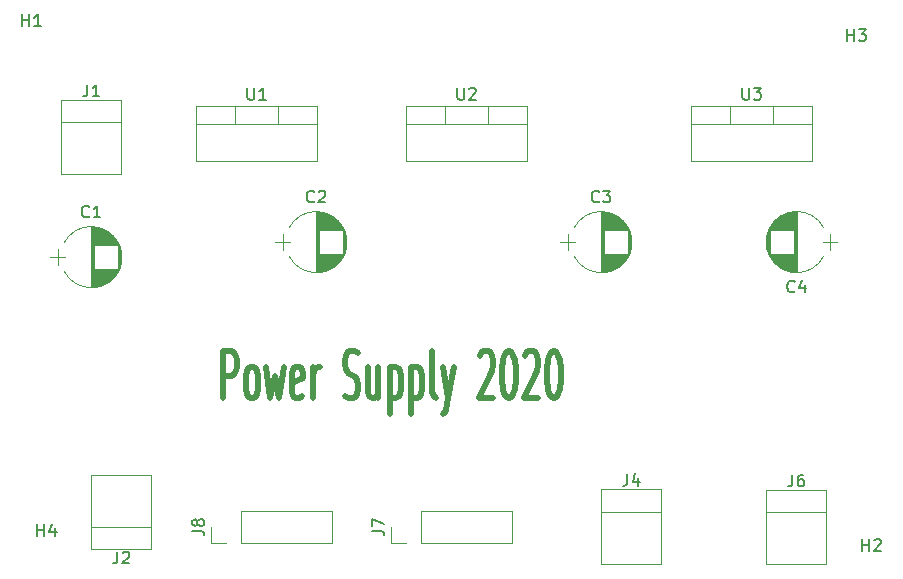
<source format=gbr>
G04 #@! TF.GenerationSoftware,KiCad,Pcbnew,5.1.5-52549c5~84~ubuntu18.04.1*
G04 #@! TF.CreationDate,2020-03-13T18:27:29-06:00*
G04 #@! TF.ProjectId,PowerSupply,506f7765-7253-4757-9070-6c792e6b6963,rev?*
G04 #@! TF.SameCoordinates,PX6bcb370PY77e7cd0*
G04 #@! TF.FileFunction,Legend,Top*
G04 #@! TF.FilePolarity,Positive*
%FSLAX46Y46*%
G04 Gerber Fmt 4.6, Leading zero omitted, Abs format (unit mm)*
G04 Created by KiCad (PCBNEW 5.1.5-52549c5~84~ubuntu18.04.1) date 2020-03-13 18:27:29*
%MOMM*%
%LPD*%
G04 APERTURE LIST*
%ADD10C,0.500000*%
%ADD11C,0.120000*%
%ADD12C,0.150000*%
G04 APERTURE END LIST*
D10*
X18781904Y19780477D02*
X18781904Y23780477D01*
X19543809Y23780477D01*
X19734285Y23590000D01*
X19829523Y23399524D01*
X19924761Y23018572D01*
X19924761Y22447143D01*
X19829523Y22066191D01*
X19734285Y21875715D01*
X19543809Y21685239D01*
X18781904Y21685239D01*
X21067619Y19780477D02*
X20877142Y19970953D01*
X20781904Y20161429D01*
X20686666Y20542381D01*
X20686666Y21685239D01*
X20781904Y22066191D01*
X20877142Y22256667D01*
X21067619Y22447143D01*
X21353333Y22447143D01*
X21543809Y22256667D01*
X21639047Y22066191D01*
X21734285Y21685239D01*
X21734285Y20542381D01*
X21639047Y20161429D01*
X21543809Y19970953D01*
X21353333Y19780477D01*
X21067619Y19780477D01*
X22400952Y22447143D02*
X22781904Y19780477D01*
X23162857Y21685239D01*
X23543809Y19780477D01*
X23924761Y22447143D01*
X25448571Y19970953D02*
X25258095Y19780477D01*
X24877142Y19780477D01*
X24686666Y19970953D01*
X24591428Y20351905D01*
X24591428Y21875715D01*
X24686666Y22256667D01*
X24877142Y22447143D01*
X25258095Y22447143D01*
X25448571Y22256667D01*
X25543809Y21875715D01*
X25543809Y21494762D01*
X24591428Y21113810D01*
X26400952Y19780477D02*
X26400952Y22447143D01*
X26400952Y21685239D02*
X26496190Y22066191D01*
X26591428Y22256667D01*
X26781904Y22447143D01*
X26972380Y22447143D01*
X29067619Y19970953D02*
X29353333Y19780477D01*
X29829523Y19780477D01*
X30020000Y19970953D01*
X30115238Y20161429D01*
X30210476Y20542381D01*
X30210476Y20923334D01*
X30115238Y21304286D01*
X30020000Y21494762D01*
X29829523Y21685239D01*
X29448571Y21875715D01*
X29258095Y22066191D01*
X29162857Y22256667D01*
X29067619Y22637620D01*
X29067619Y23018572D01*
X29162857Y23399524D01*
X29258095Y23590000D01*
X29448571Y23780477D01*
X29924761Y23780477D01*
X30210476Y23590000D01*
X31924761Y22447143D02*
X31924761Y19780477D01*
X31067619Y22447143D02*
X31067619Y20351905D01*
X31162857Y19970953D01*
X31353333Y19780477D01*
X31639047Y19780477D01*
X31829523Y19970953D01*
X31924761Y20161429D01*
X32877142Y22447143D02*
X32877142Y18447143D01*
X32877142Y22256667D02*
X33067619Y22447143D01*
X33448571Y22447143D01*
X33639047Y22256667D01*
X33734285Y22066191D01*
X33829523Y21685239D01*
X33829523Y20542381D01*
X33734285Y20161429D01*
X33639047Y19970953D01*
X33448571Y19780477D01*
X33067619Y19780477D01*
X32877142Y19970953D01*
X34686666Y22447143D02*
X34686666Y18447143D01*
X34686666Y22256667D02*
X34877142Y22447143D01*
X35258095Y22447143D01*
X35448571Y22256667D01*
X35543809Y22066191D01*
X35639047Y21685239D01*
X35639047Y20542381D01*
X35543809Y20161429D01*
X35448571Y19970953D01*
X35258095Y19780477D01*
X34877142Y19780477D01*
X34686666Y19970953D01*
X36781904Y19780477D02*
X36591428Y19970953D01*
X36496190Y20351905D01*
X36496190Y23780477D01*
X37353333Y22447143D02*
X37829523Y19780477D01*
X38305714Y22447143D02*
X37829523Y19780477D01*
X37639047Y18828096D01*
X37543809Y18637620D01*
X37353333Y18447143D01*
X40496190Y23399524D02*
X40591428Y23590000D01*
X40781904Y23780477D01*
X41258095Y23780477D01*
X41448571Y23590000D01*
X41543809Y23399524D01*
X41639047Y23018572D01*
X41639047Y22637620D01*
X41543809Y22066191D01*
X40400952Y19780477D01*
X41639047Y19780477D01*
X42877142Y23780477D02*
X43067619Y23780477D01*
X43258095Y23590000D01*
X43353333Y23399524D01*
X43448571Y23018572D01*
X43543809Y22256667D01*
X43543809Y21304286D01*
X43448571Y20542381D01*
X43353333Y20161429D01*
X43258095Y19970953D01*
X43067619Y19780477D01*
X42877142Y19780477D01*
X42686666Y19970953D01*
X42591428Y20161429D01*
X42496190Y20542381D01*
X42400952Y21304286D01*
X42400952Y22256667D01*
X42496190Y23018572D01*
X42591428Y23399524D01*
X42686666Y23590000D01*
X42877142Y23780477D01*
X44305714Y23399524D02*
X44400952Y23590000D01*
X44591428Y23780477D01*
X45067619Y23780477D01*
X45258095Y23590000D01*
X45353333Y23399524D01*
X45448571Y23018572D01*
X45448571Y22637620D01*
X45353333Y22066191D01*
X44210476Y19780477D01*
X45448571Y19780477D01*
X46686666Y23780477D02*
X46877142Y23780477D01*
X47067619Y23590000D01*
X47162857Y23399524D01*
X47258095Y23018572D01*
X47353333Y22256667D01*
X47353333Y21304286D01*
X47258095Y20542381D01*
X47162857Y20161429D01*
X47067619Y19970953D01*
X46877142Y19780477D01*
X46686666Y19780477D01*
X46496190Y19970953D01*
X46400952Y20161429D01*
X46305714Y20542381D01*
X46210476Y21304286D01*
X46210476Y22256667D01*
X46305714Y23018572D01*
X46400952Y23399524D01*
X46496190Y23590000D01*
X46686666Y23780477D01*
D11*
X65024278Y31840277D02*
G75*
G03X69635580Y31840000I2305722J1179723D01*
G01*
X65024278Y34199723D02*
G75*
G02X69635580Y34200000I2305722J-1179723D01*
G01*
X65024278Y34199723D02*
G75*
G03X65024420Y31840000I2305722J-1179723D01*
G01*
X67330000Y30470000D02*
X67330000Y35570000D01*
X67290000Y30470000D02*
X67290000Y35570000D01*
X67250000Y30471000D02*
X67250000Y35569000D01*
X67210000Y30472000D02*
X67210000Y35568000D01*
X67170000Y30474000D02*
X67170000Y35566000D01*
X67130000Y30477000D02*
X67130000Y35563000D01*
X67090000Y30481000D02*
X67090000Y35559000D01*
X67050000Y30485000D02*
X67050000Y32040000D01*
X67050000Y34000000D02*
X67050000Y35555000D01*
X67010000Y30489000D02*
X67010000Y32040000D01*
X67010000Y34000000D02*
X67010000Y35551000D01*
X66970000Y30495000D02*
X66970000Y32040000D01*
X66970000Y34000000D02*
X66970000Y35545000D01*
X66930000Y30501000D02*
X66930000Y32040000D01*
X66930000Y34000000D02*
X66930000Y35539000D01*
X66890000Y30507000D02*
X66890000Y32040000D01*
X66890000Y34000000D02*
X66890000Y35533000D01*
X66850000Y30514000D02*
X66850000Y32040000D01*
X66850000Y34000000D02*
X66850000Y35526000D01*
X66810000Y30522000D02*
X66810000Y32040000D01*
X66810000Y34000000D02*
X66810000Y35518000D01*
X66770000Y30531000D02*
X66770000Y32040000D01*
X66770000Y34000000D02*
X66770000Y35509000D01*
X66730000Y30540000D02*
X66730000Y32040000D01*
X66730000Y34000000D02*
X66730000Y35500000D01*
X66690000Y30550000D02*
X66690000Y32040000D01*
X66690000Y34000000D02*
X66690000Y35490000D01*
X66650000Y30560000D02*
X66650000Y32040000D01*
X66650000Y34000000D02*
X66650000Y35480000D01*
X66609000Y30572000D02*
X66609000Y32040000D01*
X66609000Y34000000D02*
X66609000Y35468000D01*
X66569000Y30584000D02*
X66569000Y32040000D01*
X66569000Y34000000D02*
X66569000Y35456000D01*
X66529000Y30596000D02*
X66529000Y32040000D01*
X66529000Y34000000D02*
X66529000Y35444000D01*
X66489000Y30610000D02*
X66489000Y32040000D01*
X66489000Y34000000D02*
X66489000Y35430000D01*
X66449000Y30624000D02*
X66449000Y32040000D01*
X66449000Y34000000D02*
X66449000Y35416000D01*
X66409000Y30638000D02*
X66409000Y32040000D01*
X66409000Y34000000D02*
X66409000Y35402000D01*
X66369000Y30654000D02*
X66369000Y32040000D01*
X66369000Y34000000D02*
X66369000Y35386000D01*
X66329000Y30670000D02*
X66329000Y32040000D01*
X66329000Y34000000D02*
X66329000Y35370000D01*
X66289000Y30687000D02*
X66289000Y32040000D01*
X66289000Y34000000D02*
X66289000Y35353000D01*
X66249000Y30705000D02*
X66249000Y32040000D01*
X66249000Y34000000D02*
X66249000Y35335000D01*
X66209000Y30724000D02*
X66209000Y32040000D01*
X66209000Y34000000D02*
X66209000Y35316000D01*
X66169000Y30744000D02*
X66169000Y32040000D01*
X66169000Y34000000D02*
X66169000Y35296000D01*
X66129000Y30764000D02*
X66129000Y32040000D01*
X66129000Y34000000D02*
X66129000Y35276000D01*
X66089000Y30786000D02*
X66089000Y32040000D01*
X66089000Y34000000D02*
X66089000Y35254000D01*
X66049000Y30808000D02*
X66049000Y32040000D01*
X66049000Y34000000D02*
X66049000Y35232000D01*
X66009000Y30831000D02*
X66009000Y32040000D01*
X66009000Y34000000D02*
X66009000Y35209000D01*
X65969000Y30855000D02*
X65969000Y32040000D01*
X65969000Y34000000D02*
X65969000Y35185000D01*
X65929000Y30880000D02*
X65929000Y32040000D01*
X65929000Y34000000D02*
X65929000Y35160000D01*
X65889000Y30907000D02*
X65889000Y32040000D01*
X65889000Y34000000D02*
X65889000Y35133000D01*
X65849000Y30934000D02*
X65849000Y32040000D01*
X65849000Y34000000D02*
X65849000Y35106000D01*
X65809000Y30962000D02*
X65809000Y32040000D01*
X65809000Y34000000D02*
X65809000Y35078000D01*
X65769000Y30992000D02*
X65769000Y32040000D01*
X65769000Y34000000D02*
X65769000Y35048000D01*
X65729000Y31023000D02*
X65729000Y32040000D01*
X65729000Y34000000D02*
X65729000Y35017000D01*
X65689000Y31055000D02*
X65689000Y32040000D01*
X65689000Y34000000D02*
X65689000Y34985000D01*
X65649000Y31088000D02*
X65649000Y32040000D01*
X65649000Y34000000D02*
X65649000Y34952000D01*
X65609000Y31123000D02*
X65609000Y32040000D01*
X65609000Y34000000D02*
X65609000Y34917000D01*
X65569000Y31159000D02*
X65569000Y32040000D01*
X65569000Y34000000D02*
X65569000Y34881000D01*
X65529000Y31197000D02*
X65529000Y32040000D01*
X65529000Y34000000D02*
X65529000Y34843000D01*
X65489000Y31237000D02*
X65489000Y32040000D01*
X65489000Y34000000D02*
X65489000Y34803000D01*
X65449000Y31278000D02*
X65449000Y32040000D01*
X65449000Y34000000D02*
X65449000Y34762000D01*
X65409000Y31321000D02*
X65409000Y32040000D01*
X65409000Y34000000D02*
X65409000Y34719000D01*
X65369000Y31366000D02*
X65369000Y32040000D01*
X65369000Y34000000D02*
X65369000Y34674000D01*
X65329000Y31414000D02*
X65329000Y32040000D01*
X65329000Y34000000D02*
X65329000Y34626000D01*
X65289000Y31464000D02*
X65289000Y32040000D01*
X65289000Y34000000D02*
X65289000Y34576000D01*
X65249000Y31516000D02*
X65249000Y32040000D01*
X65249000Y34000000D02*
X65249000Y34524000D01*
X65209000Y31572000D02*
X65209000Y32040000D01*
X65209000Y34000000D02*
X65209000Y34468000D01*
X65169000Y31630000D02*
X65169000Y32040000D01*
X65169000Y34000000D02*
X65169000Y34410000D01*
X65129000Y31693000D02*
X65129000Y32040000D01*
X65129000Y34000000D02*
X65129000Y34347000D01*
X65089000Y31759000D02*
X65089000Y34281000D01*
X65049000Y31831000D02*
X65049000Y34209000D01*
X65009000Y31908000D02*
X65009000Y34132000D01*
X64969000Y31992000D02*
X64969000Y34048000D01*
X64929000Y32086000D02*
X64929000Y33954000D01*
X64889000Y32191000D02*
X64889000Y33849000D01*
X64849000Y32313000D02*
X64849000Y33727000D01*
X64809000Y32461000D02*
X64809000Y33579000D01*
X64769000Y32666000D02*
X64769000Y33374000D01*
X70780000Y33020000D02*
X69580000Y33020000D01*
X70180000Y32370000D02*
X70180000Y33670000D01*
X53085722Y34199723D02*
G75*
G03X48474420Y34200000I-2305722J-1179723D01*
G01*
X53085722Y31840277D02*
G75*
G02X48474420Y31840000I-2305722J1179723D01*
G01*
X53085722Y31840277D02*
G75*
G03X53085580Y34200000I-2305722J1179723D01*
G01*
X50780000Y35570000D02*
X50780000Y30470000D01*
X50820000Y35570000D02*
X50820000Y30470000D01*
X50860000Y35569000D02*
X50860000Y30471000D01*
X50900000Y35568000D02*
X50900000Y30472000D01*
X50940000Y35566000D02*
X50940000Y30474000D01*
X50980000Y35563000D02*
X50980000Y30477000D01*
X51020000Y35559000D02*
X51020000Y30481000D01*
X51060000Y35555000D02*
X51060000Y34000000D01*
X51060000Y32040000D02*
X51060000Y30485000D01*
X51100000Y35551000D02*
X51100000Y34000000D01*
X51100000Y32040000D02*
X51100000Y30489000D01*
X51140000Y35545000D02*
X51140000Y34000000D01*
X51140000Y32040000D02*
X51140000Y30495000D01*
X51180000Y35539000D02*
X51180000Y34000000D01*
X51180000Y32040000D02*
X51180000Y30501000D01*
X51220000Y35533000D02*
X51220000Y34000000D01*
X51220000Y32040000D02*
X51220000Y30507000D01*
X51260000Y35526000D02*
X51260000Y34000000D01*
X51260000Y32040000D02*
X51260000Y30514000D01*
X51300000Y35518000D02*
X51300000Y34000000D01*
X51300000Y32040000D02*
X51300000Y30522000D01*
X51340000Y35509000D02*
X51340000Y34000000D01*
X51340000Y32040000D02*
X51340000Y30531000D01*
X51380000Y35500000D02*
X51380000Y34000000D01*
X51380000Y32040000D02*
X51380000Y30540000D01*
X51420000Y35490000D02*
X51420000Y34000000D01*
X51420000Y32040000D02*
X51420000Y30550000D01*
X51460000Y35480000D02*
X51460000Y34000000D01*
X51460000Y32040000D02*
X51460000Y30560000D01*
X51501000Y35468000D02*
X51501000Y34000000D01*
X51501000Y32040000D02*
X51501000Y30572000D01*
X51541000Y35456000D02*
X51541000Y34000000D01*
X51541000Y32040000D02*
X51541000Y30584000D01*
X51581000Y35444000D02*
X51581000Y34000000D01*
X51581000Y32040000D02*
X51581000Y30596000D01*
X51621000Y35430000D02*
X51621000Y34000000D01*
X51621000Y32040000D02*
X51621000Y30610000D01*
X51661000Y35416000D02*
X51661000Y34000000D01*
X51661000Y32040000D02*
X51661000Y30624000D01*
X51701000Y35402000D02*
X51701000Y34000000D01*
X51701000Y32040000D02*
X51701000Y30638000D01*
X51741000Y35386000D02*
X51741000Y34000000D01*
X51741000Y32040000D02*
X51741000Y30654000D01*
X51781000Y35370000D02*
X51781000Y34000000D01*
X51781000Y32040000D02*
X51781000Y30670000D01*
X51821000Y35353000D02*
X51821000Y34000000D01*
X51821000Y32040000D02*
X51821000Y30687000D01*
X51861000Y35335000D02*
X51861000Y34000000D01*
X51861000Y32040000D02*
X51861000Y30705000D01*
X51901000Y35316000D02*
X51901000Y34000000D01*
X51901000Y32040000D02*
X51901000Y30724000D01*
X51941000Y35296000D02*
X51941000Y34000000D01*
X51941000Y32040000D02*
X51941000Y30744000D01*
X51981000Y35276000D02*
X51981000Y34000000D01*
X51981000Y32040000D02*
X51981000Y30764000D01*
X52021000Y35254000D02*
X52021000Y34000000D01*
X52021000Y32040000D02*
X52021000Y30786000D01*
X52061000Y35232000D02*
X52061000Y34000000D01*
X52061000Y32040000D02*
X52061000Y30808000D01*
X52101000Y35209000D02*
X52101000Y34000000D01*
X52101000Y32040000D02*
X52101000Y30831000D01*
X52141000Y35185000D02*
X52141000Y34000000D01*
X52141000Y32040000D02*
X52141000Y30855000D01*
X52181000Y35160000D02*
X52181000Y34000000D01*
X52181000Y32040000D02*
X52181000Y30880000D01*
X52221000Y35133000D02*
X52221000Y34000000D01*
X52221000Y32040000D02*
X52221000Y30907000D01*
X52261000Y35106000D02*
X52261000Y34000000D01*
X52261000Y32040000D02*
X52261000Y30934000D01*
X52301000Y35078000D02*
X52301000Y34000000D01*
X52301000Y32040000D02*
X52301000Y30962000D01*
X52341000Y35048000D02*
X52341000Y34000000D01*
X52341000Y32040000D02*
X52341000Y30992000D01*
X52381000Y35017000D02*
X52381000Y34000000D01*
X52381000Y32040000D02*
X52381000Y31023000D01*
X52421000Y34985000D02*
X52421000Y34000000D01*
X52421000Y32040000D02*
X52421000Y31055000D01*
X52461000Y34952000D02*
X52461000Y34000000D01*
X52461000Y32040000D02*
X52461000Y31088000D01*
X52501000Y34917000D02*
X52501000Y34000000D01*
X52501000Y32040000D02*
X52501000Y31123000D01*
X52541000Y34881000D02*
X52541000Y34000000D01*
X52541000Y32040000D02*
X52541000Y31159000D01*
X52581000Y34843000D02*
X52581000Y34000000D01*
X52581000Y32040000D02*
X52581000Y31197000D01*
X52621000Y34803000D02*
X52621000Y34000000D01*
X52621000Y32040000D02*
X52621000Y31237000D01*
X52661000Y34762000D02*
X52661000Y34000000D01*
X52661000Y32040000D02*
X52661000Y31278000D01*
X52701000Y34719000D02*
X52701000Y34000000D01*
X52701000Y32040000D02*
X52701000Y31321000D01*
X52741000Y34674000D02*
X52741000Y34000000D01*
X52741000Y32040000D02*
X52741000Y31366000D01*
X52781000Y34626000D02*
X52781000Y34000000D01*
X52781000Y32040000D02*
X52781000Y31414000D01*
X52821000Y34576000D02*
X52821000Y34000000D01*
X52821000Y32040000D02*
X52821000Y31464000D01*
X52861000Y34524000D02*
X52861000Y34000000D01*
X52861000Y32040000D02*
X52861000Y31516000D01*
X52901000Y34468000D02*
X52901000Y34000000D01*
X52901000Y32040000D02*
X52901000Y31572000D01*
X52941000Y34410000D02*
X52941000Y34000000D01*
X52941000Y32040000D02*
X52941000Y31630000D01*
X52981000Y34347000D02*
X52981000Y34000000D01*
X52981000Y32040000D02*
X52981000Y31693000D01*
X53021000Y34281000D02*
X53021000Y31759000D01*
X53061000Y34209000D02*
X53061000Y31831000D01*
X53101000Y34132000D02*
X53101000Y31908000D01*
X53141000Y34048000D02*
X53141000Y31992000D01*
X53181000Y33954000D02*
X53181000Y32086000D01*
X53221000Y33849000D02*
X53221000Y32191000D01*
X53261000Y33727000D02*
X53261000Y32313000D01*
X53301000Y33579000D02*
X53301000Y32461000D01*
X53341000Y33374000D02*
X53341000Y32666000D01*
X47330000Y33020000D02*
X48530000Y33020000D01*
X47930000Y33670000D02*
X47930000Y32370000D01*
X28955722Y34199723D02*
G75*
G03X24344420Y34200000I-2305722J-1179723D01*
G01*
X28955722Y31840277D02*
G75*
G02X24344420Y31840000I-2305722J1179723D01*
G01*
X28955722Y31840277D02*
G75*
G03X28955580Y34200000I-2305722J1179723D01*
G01*
X26650000Y35570000D02*
X26650000Y30470000D01*
X26690000Y35570000D02*
X26690000Y30470000D01*
X26730000Y35569000D02*
X26730000Y30471000D01*
X26770000Y35568000D02*
X26770000Y30472000D01*
X26810000Y35566000D02*
X26810000Y30474000D01*
X26850000Y35563000D02*
X26850000Y30477000D01*
X26890000Y35559000D02*
X26890000Y30481000D01*
X26930000Y35555000D02*
X26930000Y34000000D01*
X26930000Y32040000D02*
X26930000Y30485000D01*
X26970000Y35551000D02*
X26970000Y34000000D01*
X26970000Y32040000D02*
X26970000Y30489000D01*
X27010000Y35545000D02*
X27010000Y34000000D01*
X27010000Y32040000D02*
X27010000Y30495000D01*
X27050000Y35539000D02*
X27050000Y34000000D01*
X27050000Y32040000D02*
X27050000Y30501000D01*
X27090000Y35533000D02*
X27090000Y34000000D01*
X27090000Y32040000D02*
X27090000Y30507000D01*
X27130000Y35526000D02*
X27130000Y34000000D01*
X27130000Y32040000D02*
X27130000Y30514000D01*
X27170000Y35518000D02*
X27170000Y34000000D01*
X27170000Y32040000D02*
X27170000Y30522000D01*
X27210000Y35509000D02*
X27210000Y34000000D01*
X27210000Y32040000D02*
X27210000Y30531000D01*
X27250000Y35500000D02*
X27250000Y34000000D01*
X27250000Y32040000D02*
X27250000Y30540000D01*
X27290000Y35490000D02*
X27290000Y34000000D01*
X27290000Y32040000D02*
X27290000Y30550000D01*
X27330000Y35480000D02*
X27330000Y34000000D01*
X27330000Y32040000D02*
X27330000Y30560000D01*
X27371000Y35468000D02*
X27371000Y34000000D01*
X27371000Y32040000D02*
X27371000Y30572000D01*
X27411000Y35456000D02*
X27411000Y34000000D01*
X27411000Y32040000D02*
X27411000Y30584000D01*
X27451000Y35444000D02*
X27451000Y34000000D01*
X27451000Y32040000D02*
X27451000Y30596000D01*
X27491000Y35430000D02*
X27491000Y34000000D01*
X27491000Y32040000D02*
X27491000Y30610000D01*
X27531000Y35416000D02*
X27531000Y34000000D01*
X27531000Y32040000D02*
X27531000Y30624000D01*
X27571000Y35402000D02*
X27571000Y34000000D01*
X27571000Y32040000D02*
X27571000Y30638000D01*
X27611000Y35386000D02*
X27611000Y34000000D01*
X27611000Y32040000D02*
X27611000Y30654000D01*
X27651000Y35370000D02*
X27651000Y34000000D01*
X27651000Y32040000D02*
X27651000Y30670000D01*
X27691000Y35353000D02*
X27691000Y34000000D01*
X27691000Y32040000D02*
X27691000Y30687000D01*
X27731000Y35335000D02*
X27731000Y34000000D01*
X27731000Y32040000D02*
X27731000Y30705000D01*
X27771000Y35316000D02*
X27771000Y34000000D01*
X27771000Y32040000D02*
X27771000Y30724000D01*
X27811000Y35296000D02*
X27811000Y34000000D01*
X27811000Y32040000D02*
X27811000Y30744000D01*
X27851000Y35276000D02*
X27851000Y34000000D01*
X27851000Y32040000D02*
X27851000Y30764000D01*
X27891000Y35254000D02*
X27891000Y34000000D01*
X27891000Y32040000D02*
X27891000Y30786000D01*
X27931000Y35232000D02*
X27931000Y34000000D01*
X27931000Y32040000D02*
X27931000Y30808000D01*
X27971000Y35209000D02*
X27971000Y34000000D01*
X27971000Y32040000D02*
X27971000Y30831000D01*
X28011000Y35185000D02*
X28011000Y34000000D01*
X28011000Y32040000D02*
X28011000Y30855000D01*
X28051000Y35160000D02*
X28051000Y34000000D01*
X28051000Y32040000D02*
X28051000Y30880000D01*
X28091000Y35133000D02*
X28091000Y34000000D01*
X28091000Y32040000D02*
X28091000Y30907000D01*
X28131000Y35106000D02*
X28131000Y34000000D01*
X28131000Y32040000D02*
X28131000Y30934000D01*
X28171000Y35078000D02*
X28171000Y34000000D01*
X28171000Y32040000D02*
X28171000Y30962000D01*
X28211000Y35048000D02*
X28211000Y34000000D01*
X28211000Y32040000D02*
X28211000Y30992000D01*
X28251000Y35017000D02*
X28251000Y34000000D01*
X28251000Y32040000D02*
X28251000Y31023000D01*
X28291000Y34985000D02*
X28291000Y34000000D01*
X28291000Y32040000D02*
X28291000Y31055000D01*
X28331000Y34952000D02*
X28331000Y34000000D01*
X28331000Y32040000D02*
X28331000Y31088000D01*
X28371000Y34917000D02*
X28371000Y34000000D01*
X28371000Y32040000D02*
X28371000Y31123000D01*
X28411000Y34881000D02*
X28411000Y34000000D01*
X28411000Y32040000D02*
X28411000Y31159000D01*
X28451000Y34843000D02*
X28451000Y34000000D01*
X28451000Y32040000D02*
X28451000Y31197000D01*
X28491000Y34803000D02*
X28491000Y34000000D01*
X28491000Y32040000D02*
X28491000Y31237000D01*
X28531000Y34762000D02*
X28531000Y34000000D01*
X28531000Y32040000D02*
X28531000Y31278000D01*
X28571000Y34719000D02*
X28571000Y34000000D01*
X28571000Y32040000D02*
X28571000Y31321000D01*
X28611000Y34674000D02*
X28611000Y34000000D01*
X28611000Y32040000D02*
X28611000Y31366000D01*
X28651000Y34626000D02*
X28651000Y34000000D01*
X28651000Y32040000D02*
X28651000Y31414000D01*
X28691000Y34576000D02*
X28691000Y34000000D01*
X28691000Y32040000D02*
X28691000Y31464000D01*
X28731000Y34524000D02*
X28731000Y34000000D01*
X28731000Y32040000D02*
X28731000Y31516000D01*
X28771000Y34468000D02*
X28771000Y34000000D01*
X28771000Y32040000D02*
X28771000Y31572000D01*
X28811000Y34410000D02*
X28811000Y34000000D01*
X28811000Y32040000D02*
X28811000Y31630000D01*
X28851000Y34347000D02*
X28851000Y34000000D01*
X28851000Y32040000D02*
X28851000Y31693000D01*
X28891000Y34281000D02*
X28891000Y31759000D01*
X28931000Y34209000D02*
X28931000Y31831000D01*
X28971000Y34132000D02*
X28971000Y31908000D01*
X29011000Y34048000D02*
X29011000Y31992000D01*
X29051000Y33954000D02*
X29051000Y32086000D01*
X29091000Y33849000D02*
X29091000Y32191000D01*
X29131000Y33727000D02*
X29131000Y32313000D01*
X29171000Y33579000D02*
X29171000Y32461000D01*
X29211000Y33374000D02*
X29211000Y32666000D01*
X23200000Y33020000D02*
X24400000Y33020000D01*
X23800000Y33670000D02*
X23800000Y32370000D01*
X9905722Y32929723D02*
G75*
G03X5294420Y32930000I-2305722J-1179723D01*
G01*
X9905722Y30570277D02*
G75*
G02X5294420Y30570000I-2305722J1179723D01*
G01*
X9905722Y30570277D02*
G75*
G03X9905580Y32930000I-2305722J1179723D01*
G01*
X7600000Y34300000D02*
X7600000Y29200000D01*
X7640000Y34300000D02*
X7640000Y29200000D01*
X7680000Y34299000D02*
X7680000Y29201000D01*
X7720000Y34298000D02*
X7720000Y29202000D01*
X7760000Y34296000D02*
X7760000Y29204000D01*
X7800000Y34293000D02*
X7800000Y29207000D01*
X7840000Y34289000D02*
X7840000Y29211000D01*
X7880000Y34285000D02*
X7880000Y32730000D01*
X7880000Y30770000D02*
X7880000Y29215000D01*
X7920000Y34281000D02*
X7920000Y32730000D01*
X7920000Y30770000D02*
X7920000Y29219000D01*
X7960000Y34275000D02*
X7960000Y32730000D01*
X7960000Y30770000D02*
X7960000Y29225000D01*
X8000000Y34269000D02*
X8000000Y32730000D01*
X8000000Y30770000D02*
X8000000Y29231000D01*
X8040000Y34263000D02*
X8040000Y32730000D01*
X8040000Y30770000D02*
X8040000Y29237000D01*
X8080000Y34256000D02*
X8080000Y32730000D01*
X8080000Y30770000D02*
X8080000Y29244000D01*
X8120000Y34248000D02*
X8120000Y32730000D01*
X8120000Y30770000D02*
X8120000Y29252000D01*
X8160000Y34239000D02*
X8160000Y32730000D01*
X8160000Y30770000D02*
X8160000Y29261000D01*
X8200000Y34230000D02*
X8200000Y32730000D01*
X8200000Y30770000D02*
X8200000Y29270000D01*
X8240000Y34220000D02*
X8240000Y32730000D01*
X8240000Y30770000D02*
X8240000Y29280000D01*
X8280000Y34210000D02*
X8280000Y32730000D01*
X8280000Y30770000D02*
X8280000Y29290000D01*
X8321000Y34198000D02*
X8321000Y32730000D01*
X8321000Y30770000D02*
X8321000Y29302000D01*
X8361000Y34186000D02*
X8361000Y32730000D01*
X8361000Y30770000D02*
X8361000Y29314000D01*
X8401000Y34174000D02*
X8401000Y32730000D01*
X8401000Y30770000D02*
X8401000Y29326000D01*
X8441000Y34160000D02*
X8441000Y32730000D01*
X8441000Y30770000D02*
X8441000Y29340000D01*
X8481000Y34146000D02*
X8481000Y32730000D01*
X8481000Y30770000D02*
X8481000Y29354000D01*
X8521000Y34132000D02*
X8521000Y32730000D01*
X8521000Y30770000D02*
X8521000Y29368000D01*
X8561000Y34116000D02*
X8561000Y32730000D01*
X8561000Y30770000D02*
X8561000Y29384000D01*
X8601000Y34100000D02*
X8601000Y32730000D01*
X8601000Y30770000D02*
X8601000Y29400000D01*
X8641000Y34083000D02*
X8641000Y32730000D01*
X8641000Y30770000D02*
X8641000Y29417000D01*
X8681000Y34065000D02*
X8681000Y32730000D01*
X8681000Y30770000D02*
X8681000Y29435000D01*
X8721000Y34046000D02*
X8721000Y32730000D01*
X8721000Y30770000D02*
X8721000Y29454000D01*
X8761000Y34026000D02*
X8761000Y32730000D01*
X8761000Y30770000D02*
X8761000Y29474000D01*
X8801000Y34006000D02*
X8801000Y32730000D01*
X8801000Y30770000D02*
X8801000Y29494000D01*
X8841000Y33984000D02*
X8841000Y32730000D01*
X8841000Y30770000D02*
X8841000Y29516000D01*
X8881000Y33962000D02*
X8881000Y32730000D01*
X8881000Y30770000D02*
X8881000Y29538000D01*
X8921000Y33939000D02*
X8921000Y32730000D01*
X8921000Y30770000D02*
X8921000Y29561000D01*
X8961000Y33915000D02*
X8961000Y32730000D01*
X8961000Y30770000D02*
X8961000Y29585000D01*
X9001000Y33890000D02*
X9001000Y32730000D01*
X9001000Y30770000D02*
X9001000Y29610000D01*
X9041000Y33863000D02*
X9041000Y32730000D01*
X9041000Y30770000D02*
X9041000Y29637000D01*
X9081000Y33836000D02*
X9081000Y32730000D01*
X9081000Y30770000D02*
X9081000Y29664000D01*
X9121000Y33808000D02*
X9121000Y32730000D01*
X9121000Y30770000D02*
X9121000Y29692000D01*
X9161000Y33778000D02*
X9161000Y32730000D01*
X9161000Y30770000D02*
X9161000Y29722000D01*
X9201000Y33747000D02*
X9201000Y32730000D01*
X9201000Y30770000D02*
X9201000Y29753000D01*
X9241000Y33715000D02*
X9241000Y32730000D01*
X9241000Y30770000D02*
X9241000Y29785000D01*
X9281000Y33682000D02*
X9281000Y32730000D01*
X9281000Y30770000D02*
X9281000Y29818000D01*
X9321000Y33647000D02*
X9321000Y32730000D01*
X9321000Y30770000D02*
X9321000Y29853000D01*
X9361000Y33611000D02*
X9361000Y32730000D01*
X9361000Y30770000D02*
X9361000Y29889000D01*
X9401000Y33573000D02*
X9401000Y32730000D01*
X9401000Y30770000D02*
X9401000Y29927000D01*
X9441000Y33533000D02*
X9441000Y32730000D01*
X9441000Y30770000D02*
X9441000Y29967000D01*
X9481000Y33492000D02*
X9481000Y32730000D01*
X9481000Y30770000D02*
X9481000Y30008000D01*
X9521000Y33449000D02*
X9521000Y32730000D01*
X9521000Y30770000D02*
X9521000Y30051000D01*
X9561000Y33404000D02*
X9561000Y32730000D01*
X9561000Y30770000D02*
X9561000Y30096000D01*
X9601000Y33356000D02*
X9601000Y32730000D01*
X9601000Y30770000D02*
X9601000Y30144000D01*
X9641000Y33306000D02*
X9641000Y32730000D01*
X9641000Y30770000D02*
X9641000Y30194000D01*
X9681000Y33254000D02*
X9681000Y32730000D01*
X9681000Y30770000D02*
X9681000Y30246000D01*
X9721000Y33198000D02*
X9721000Y32730000D01*
X9721000Y30770000D02*
X9721000Y30302000D01*
X9761000Y33140000D02*
X9761000Y32730000D01*
X9761000Y30770000D02*
X9761000Y30360000D01*
X9801000Y33077000D02*
X9801000Y32730000D01*
X9801000Y30770000D02*
X9801000Y30423000D01*
X9841000Y33011000D02*
X9841000Y30489000D01*
X9881000Y32939000D02*
X9881000Y30561000D01*
X9921000Y32862000D02*
X9921000Y30638000D01*
X9961000Y32778000D02*
X9961000Y30722000D01*
X10001000Y32684000D02*
X10001000Y30816000D01*
X10041000Y32579000D02*
X10041000Y30921000D01*
X10081000Y32457000D02*
X10081000Y31043000D01*
X10121000Y32309000D02*
X10121000Y31191000D01*
X10161000Y32104000D02*
X10161000Y31396000D01*
X4150000Y31750000D02*
X5350000Y31750000D01*
X4750000Y32400000D02*
X4750000Y31100000D01*
X10160000Y45080000D02*
X10160000Y38740000D01*
X5080000Y45080000D02*
X5080000Y38740000D01*
X5080000Y45080000D02*
X10160000Y45080000D01*
X10160000Y38740000D02*
X5080000Y38740000D01*
X10160000Y43180000D02*
X5080000Y43180000D01*
X7620000Y8890000D02*
X12700000Y8890000D01*
X7620000Y13330000D02*
X12700000Y13330000D01*
X12700000Y6990000D02*
X7620000Y6990000D01*
X12700000Y6990000D02*
X12700000Y13330000D01*
X7620000Y6990000D02*
X7620000Y13330000D01*
X55880000Y12104999D02*
X55880000Y5764999D01*
X50800000Y12104999D02*
X50800000Y5764999D01*
X50800000Y12104999D02*
X55880000Y12104999D01*
X55880000Y5764999D02*
X50800000Y5764999D01*
X55880000Y10204999D02*
X50800000Y10204999D01*
X69850000Y10160000D02*
X64770000Y10160000D01*
X69850000Y5720000D02*
X64770000Y5720000D01*
X64770000Y12060000D02*
X69850000Y12060000D01*
X64770000Y12060000D02*
X64770000Y5720000D01*
X69850000Y12060000D02*
X69850000Y5720000D01*
X32960000Y7560000D02*
X32960000Y8890000D01*
X34290000Y7560000D02*
X32960000Y7560000D01*
X35560000Y7560000D02*
X35560000Y10220000D01*
X35560000Y10220000D02*
X43240000Y10220000D01*
X35560000Y7560000D02*
X43240000Y7560000D01*
X43240000Y7560000D02*
X43240000Y10220000D01*
X28000000Y7560000D02*
X28000000Y10220000D01*
X20320000Y7560000D02*
X28000000Y7560000D01*
X20320000Y10220000D02*
X28000000Y10220000D01*
X20320000Y7560000D02*
X20320000Y10220000D01*
X19050000Y7560000D02*
X17720000Y7560000D01*
X17720000Y7560000D02*
X17720000Y8890000D01*
X23441000Y44530000D02*
X23441000Y43020000D01*
X19740000Y44530000D02*
X19740000Y43020000D01*
X16470000Y43020000D02*
X26710000Y43020000D01*
X26710000Y44530000D02*
X26710000Y39889000D01*
X16470000Y44530000D02*
X16470000Y39889000D01*
X16470000Y39889000D02*
X26710000Y39889000D01*
X16470000Y44530000D02*
X26710000Y44530000D01*
X41221000Y44530000D02*
X41221000Y43020000D01*
X37520000Y44530000D02*
X37520000Y43020000D01*
X34250000Y43020000D02*
X44490000Y43020000D01*
X44490000Y44530000D02*
X44490000Y39889000D01*
X34250000Y44530000D02*
X34250000Y39889000D01*
X34250000Y39889000D02*
X44490000Y39889000D01*
X34250000Y44530000D02*
X44490000Y44530000D01*
X58380000Y44530000D02*
X68620000Y44530000D01*
X58380000Y39889000D02*
X68620000Y39889000D01*
X58380000Y44530000D02*
X58380000Y39889000D01*
X68620000Y44530000D02*
X68620000Y39889000D01*
X58380000Y43020000D02*
X68620000Y43020000D01*
X61650000Y44530000D02*
X61650000Y43020000D01*
X65351000Y44530000D02*
X65351000Y43020000D01*
D12*
X3048095Y8127620D02*
X3048095Y9127620D01*
X3048095Y8651429D02*
X3619523Y8651429D01*
X3619523Y8127620D02*
X3619523Y9127620D01*
X4524285Y8794286D02*
X4524285Y8127620D01*
X4286190Y9175239D02*
X4048095Y8460953D01*
X4667142Y8460953D01*
X71628095Y50037620D02*
X71628095Y51037620D01*
X71628095Y50561429D02*
X72199523Y50561429D01*
X72199523Y50037620D02*
X72199523Y51037620D01*
X72580476Y51037620D02*
X73199523Y51037620D01*
X72866190Y50656667D01*
X73009047Y50656667D01*
X73104285Y50609048D01*
X73151904Y50561429D01*
X73199523Y50466191D01*
X73199523Y50228096D01*
X73151904Y50132858D01*
X73104285Y50085239D01*
X73009047Y50037620D01*
X72723333Y50037620D01*
X72628095Y50085239D01*
X72580476Y50132858D01*
X72898095Y6857620D02*
X72898095Y7857620D01*
X72898095Y7381429D02*
X73469523Y7381429D01*
X73469523Y6857620D02*
X73469523Y7857620D01*
X73898095Y7762381D02*
X73945714Y7810000D01*
X74040952Y7857620D01*
X74279047Y7857620D01*
X74374285Y7810000D01*
X74421904Y7762381D01*
X74469523Y7667143D01*
X74469523Y7571905D01*
X74421904Y7429048D01*
X73850476Y6857620D01*
X74469523Y6857620D01*
X1778095Y51307620D02*
X1778095Y52307620D01*
X1778095Y51831429D02*
X2349523Y51831429D01*
X2349523Y51307620D02*
X2349523Y52307620D01*
X3349523Y51307620D02*
X2778095Y51307620D01*
X3063809Y51307620D02*
X3063809Y52307620D01*
X2968571Y52164762D01*
X2873333Y52069524D01*
X2778095Y52021905D01*
X67163333Y28852858D02*
X67115714Y28805239D01*
X66972857Y28757620D01*
X66877619Y28757620D01*
X66734761Y28805239D01*
X66639523Y28900477D01*
X66591904Y28995715D01*
X66544285Y29186191D01*
X66544285Y29329048D01*
X66591904Y29519524D01*
X66639523Y29614762D01*
X66734761Y29710000D01*
X66877619Y29757620D01*
X66972857Y29757620D01*
X67115714Y29710000D01*
X67163333Y29662381D01*
X68020476Y29424286D02*
X68020476Y28757620D01*
X67782380Y29805239D02*
X67544285Y29090953D01*
X68163333Y29090953D01*
X50613333Y36472858D02*
X50565714Y36425239D01*
X50422857Y36377620D01*
X50327619Y36377620D01*
X50184761Y36425239D01*
X50089523Y36520477D01*
X50041904Y36615715D01*
X49994285Y36806191D01*
X49994285Y36949048D01*
X50041904Y37139524D01*
X50089523Y37234762D01*
X50184761Y37330000D01*
X50327619Y37377620D01*
X50422857Y37377620D01*
X50565714Y37330000D01*
X50613333Y37282381D01*
X50946666Y37377620D02*
X51565714Y37377620D01*
X51232380Y36996667D01*
X51375238Y36996667D01*
X51470476Y36949048D01*
X51518095Y36901429D01*
X51565714Y36806191D01*
X51565714Y36568096D01*
X51518095Y36472858D01*
X51470476Y36425239D01*
X51375238Y36377620D01*
X51089523Y36377620D01*
X50994285Y36425239D01*
X50946666Y36472858D01*
X26483333Y36472858D02*
X26435714Y36425239D01*
X26292857Y36377620D01*
X26197619Y36377620D01*
X26054761Y36425239D01*
X25959523Y36520477D01*
X25911904Y36615715D01*
X25864285Y36806191D01*
X25864285Y36949048D01*
X25911904Y37139524D01*
X25959523Y37234762D01*
X26054761Y37330000D01*
X26197619Y37377620D01*
X26292857Y37377620D01*
X26435714Y37330000D01*
X26483333Y37282381D01*
X26864285Y37282381D02*
X26911904Y37330000D01*
X27007142Y37377620D01*
X27245238Y37377620D01*
X27340476Y37330000D01*
X27388095Y37282381D01*
X27435714Y37187143D01*
X27435714Y37091905D01*
X27388095Y36949048D01*
X26816666Y36377620D01*
X27435714Y36377620D01*
X7433333Y35202858D02*
X7385714Y35155239D01*
X7242857Y35107620D01*
X7147619Y35107620D01*
X7004761Y35155239D01*
X6909523Y35250477D01*
X6861904Y35345715D01*
X6814285Y35536191D01*
X6814285Y35679048D01*
X6861904Y35869524D01*
X6909523Y35964762D01*
X7004761Y36060000D01*
X7147619Y36107620D01*
X7242857Y36107620D01*
X7385714Y36060000D01*
X7433333Y36012381D01*
X8385714Y35107620D02*
X7814285Y35107620D01*
X8100000Y35107620D02*
X8100000Y36107620D01*
X8004761Y35964762D01*
X7909523Y35869524D01*
X7814285Y35821905D01*
X7286666Y46357620D02*
X7286666Y45643334D01*
X7239047Y45500477D01*
X7143809Y45405239D01*
X7000952Y45357620D01*
X6905714Y45357620D01*
X8286666Y45357620D02*
X7715238Y45357620D01*
X8000952Y45357620D02*
X8000952Y46357620D01*
X7905714Y46214762D01*
X7810476Y46119524D01*
X7715238Y46071905D01*
X9826666Y6807620D02*
X9826666Y6093334D01*
X9779047Y5950477D01*
X9683809Y5855239D01*
X9540952Y5807620D01*
X9445714Y5807620D01*
X10255238Y6712381D02*
X10302857Y6760000D01*
X10398095Y6807620D01*
X10636190Y6807620D01*
X10731428Y6760000D01*
X10779047Y6712381D01*
X10826666Y6617143D01*
X10826666Y6521905D01*
X10779047Y6379048D01*
X10207619Y5807620D01*
X10826666Y5807620D01*
X53006666Y13382619D02*
X53006666Y12668333D01*
X52959047Y12525476D01*
X52863809Y12430238D01*
X52720952Y12382619D01*
X52625714Y12382619D01*
X53911428Y13049285D02*
X53911428Y12382619D01*
X53673333Y13430238D02*
X53435238Y12715952D01*
X54054285Y12715952D01*
X66976666Y13337620D02*
X66976666Y12623334D01*
X66929047Y12480477D01*
X66833809Y12385239D01*
X66690952Y12337620D01*
X66595714Y12337620D01*
X67881428Y13337620D02*
X67690952Y13337620D01*
X67595714Y13290000D01*
X67548095Y13242381D01*
X67452857Y13099524D01*
X67405238Y12909048D01*
X67405238Y12528096D01*
X67452857Y12432858D01*
X67500476Y12385239D01*
X67595714Y12337620D01*
X67786190Y12337620D01*
X67881428Y12385239D01*
X67929047Y12432858D01*
X67976666Y12528096D01*
X67976666Y12766191D01*
X67929047Y12861429D01*
X67881428Y12909048D01*
X67786190Y12956667D01*
X67595714Y12956667D01*
X67500476Y12909048D01*
X67452857Y12861429D01*
X67405238Y12766191D01*
X31412380Y8556667D02*
X32126666Y8556667D01*
X32269523Y8509048D01*
X32364761Y8413810D01*
X32412380Y8270953D01*
X32412380Y8175715D01*
X31412380Y8937620D02*
X31412380Y9604286D01*
X32412380Y9175715D01*
X16172380Y8556667D02*
X16886666Y8556667D01*
X17029523Y8509048D01*
X17124761Y8413810D01*
X17172380Y8270953D01*
X17172380Y8175715D01*
X16600952Y9175715D02*
X16553333Y9080477D01*
X16505714Y9032858D01*
X16410476Y8985239D01*
X16362857Y8985239D01*
X16267619Y9032858D01*
X16220000Y9080477D01*
X16172380Y9175715D01*
X16172380Y9366191D01*
X16220000Y9461429D01*
X16267619Y9509048D01*
X16362857Y9556667D01*
X16410476Y9556667D01*
X16505714Y9509048D01*
X16553333Y9461429D01*
X16600952Y9366191D01*
X16600952Y9175715D01*
X16648571Y9080477D01*
X16696190Y9032858D01*
X16791428Y8985239D01*
X16981904Y8985239D01*
X17077142Y9032858D01*
X17124761Y9080477D01*
X17172380Y9175715D01*
X17172380Y9366191D01*
X17124761Y9461429D01*
X17077142Y9509048D01*
X16981904Y9556667D01*
X16791428Y9556667D01*
X16696190Y9509048D01*
X16648571Y9461429D01*
X16600952Y9366191D01*
X20828095Y46077620D02*
X20828095Y45268096D01*
X20875714Y45172858D01*
X20923333Y45125239D01*
X21018571Y45077620D01*
X21209047Y45077620D01*
X21304285Y45125239D01*
X21351904Y45172858D01*
X21399523Y45268096D01*
X21399523Y46077620D01*
X22399523Y45077620D02*
X21828095Y45077620D01*
X22113809Y45077620D02*
X22113809Y46077620D01*
X22018571Y45934762D01*
X21923333Y45839524D01*
X21828095Y45791905D01*
X38608095Y46077620D02*
X38608095Y45268096D01*
X38655714Y45172858D01*
X38703333Y45125239D01*
X38798571Y45077620D01*
X38989047Y45077620D01*
X39084285Y45125239D01*
X39131904Y45172858D01*
X39179523Y45268096D01*
X39179523Y46077620D01*
X39608095Y45982381D02*
X39655714Y46030000D01*
X39750952Y46077620D01*
X39989047Y46077620D01*
X40084285Y46030000D01*
X40131904Y45982381D01*
X40179523Y45887143D01*
X40179523Y45791905D01*
X40131904Y45649048D01*
X39560476Y45077620D01*
X40179523Y45077620D01*
X62738095Y46077620D02*
X62738095Y45268096D01*
X62785714Y45172858D01*
X62833333Y45125239D01*
X62928571Y45077620D01*
X63119047Y45077620D01*
X63214285Y45125239D01*
X63261904Y45172858D01*
X63309523Y45268096D01*
X63309523Y46077620D01*
X63690476Y46077620D02*
X64309523Y46077620D01*
X63976190Y45696667D01*
X64119047Y45696667D01*
X64214285Y45649048D01*
X64261904Y45601429D01*
X64309523Y45506191D01*
X64309523Y45268096D01*
X64261904Y45172858D01*
X64214285Y45125239D01*
X64119047Y45077620D01*
X63833333Y45077620D01*
X63738095Y45125239D01*
X63690476Y45172858D01*
M02*

</source>
